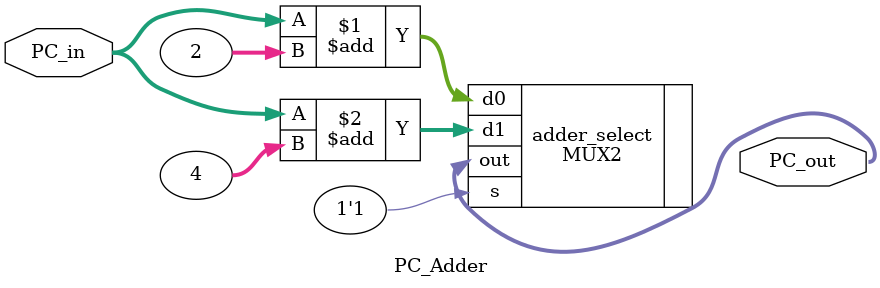
<source format=v>
module Program_Counter(clk, PC_in, PC_out);
    parameter REG_BITS = 32;

    input clk;
    input [REG_BITS-1:0] PC_in;
    output [REG_BITS-1:0] PC_out;

    reg [REG_BITS-1:0] PC;

    assign PC_out = PC;

    always @(posedge clk) begin
        PC = PC_in;
    end

endmodule


module PC_Adder(PC_in, PC_out);
    parameter REG_BITS = 32;

    input [REG_BITS-1:0] PC_in;
    output [REG_BITS-1:0] PC_out;

    MUX2 adder_select(
        .s(REG_BITS == 32), 
        .d0(PC_in+2), 
        .d1(PC_in+4), 
        .out(PC_out)
    );
endmodule
</source>
